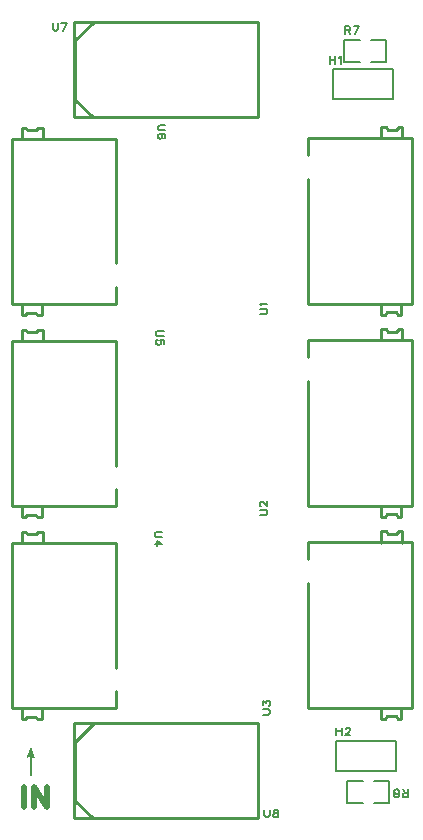
<source format=gto>
G04 Layer: TopSilkscreenLayer*
G04 EasyEDA Pro v2.2.32.3, 2024-11-26 15:57:28*
G04 Gerber Generator version 0.3*
G04 Scale: 100 percent, Rotated: No, Reflected: No*
G04 Dimensions in millimeters*
G04 Leading zeros omitted, absolute positions, 3 integers and 5 decimals*
%FSLAX35Y35*%
%MOMM*%
%ADD10C,0.5*%
%ADD11C,0.1524*%
%ADD12C,0.2032*%
%ADD13C,0.203*%
%ADD14C,0.254*%
G75*


G04 Text Start*
G54D10*
G01X6220386Y365698D02*
G01X6220386Y201614D01*
G01X6308016Y365698D02*
G01X6308016Y201614D01*
G01X6308016Y365698D02*
G01X6417490Y201614D01*
G01X6417490Y365698D02*
G01X6417490Y201614D01*
G36*
G01X6268758Y467085D02*
G01X6276031Y466630D01*
G01X6282849Y466630D01*
G01X6282849Y631176D01*
G01X6285122Y630721D01*
G01X6288303Y628903D01*
G01X6291031Y626630D01*
G01X6295122Y623903D01*
G01X6306031Y615721D01*
G01X6308758Y613903D01*
G01X6311485Y613448D01*
G01X6312394Y614357D01*
G01X6312394Y616176D01*
G01X6309667Y623448D01*
G01X6305576Y635721D01*
G01X6301940Y645721D01*
G01X6299212Y653903D01*
G01X6297849Y657539D01*
G01X6296940Y660721D01*
G01X6295576Y664358D01*
G01X6294212Y668448D01*
G01X6291485Y675721D01*
G01X6290576Y678903D01*
G01X6289212Y682539D01*
G01X6287394Y687539D01*
G01X6283758Y698448D01*
G01X6281940Y703448D01*
G01X6280576Y707539D01*
G01X6279212Y710721D01*
G01X6278303Y711516D01*
G01X6277394Y711176D01*
G01X6276031Y707994D01*
G01X6274667Y704357D01*
G01X6273303Y701176D01*
G01X6271940Y697539D01*
G01X6270122Y692994D01*
G01X6268303Y687994D01*
G01X6264667Y678903D01*
G01X6262849Y673903D01*
G01X6261031Y669358D01*
G01X6259667Y666176D01*
G01X6258758Y663448D01*
G01X6256031Y656176D01*
G01X6254667Y652994D01*
G01X6253303Y649357D01*
G01X6250576Y642994D01*
G01X6249667Y639812D01*
G01X6248303Y636630D01*
G01X6242849Y622994D01*
G01X6241031Y617994D01*
G01X6240576Y614812D01*
G01X6242849Y614357D01*
G01X6245576Y615721D01*
G01X6247849Y617539D01*
G01X6254213Y622085D01*
G01X6257849Y624812D01*
G01X6262394Y627994D01*
G01X6265576Y630266D01*
G01X6267394Y630721D01*
G01X6268303Y548903D01*
G01X6268758Y467085D01*
G37*
G54D11*
G01X8811387Y6556477D02*
G01X8811387Y6491453D01*
G01X8854821Y6556477D02*
G01X8854821Y6491453D01*
G01X8811387Y6525489D02*
G01X8854821Y6525489D01*
G01X8885047Y6544031D02*
G01X8891143Y6547333D01*
G01X8900287Y6556477D01*
G01X8900287Y6491453D01*
G01X8214233Y4374363D02*
G01X8260715Y4374363D01*
G01X8269859Y4377411D01*
G01X8276209Y4383761D01*
G01X8279257Y4392905D01*
G01X8279257Y4399255D01*
G01X8276209Y4408399D01*
G01X8269859Y4414495D01*
G01X8260715Y4417797D01*
G01X8214233Y4417797D01*
G01X8226679Y4448023D02*
G01X8223377Y4454119D01*
G01X8214233Y4463263D01*
G01X8279257Y4463263D01*
G01X6463059Y6839253D02*
G01X6463059Y6792771D01*
G01X6466107Y6783627D01*
G01X6472457Y6777277D01*
G01X6481601Y6774229D01*
G01X6487951Y6774229D01*
G01X6497095Y6777277D01*
G01X6503191Y6783627D01*
G01X6506493Y6792771D01*
G01X6506493Y6839253D01*
G01X6579899Y6839253D02*
G01X6548911Y6774229D01*
G01X6536719Y6839253D02*
G01X6579899Y6839253D01*
G01X8214233Y2672563D02*
G01X8260715Y2672563D01*
G01X8269859Y2675611D01*
G01X8276209Y2681961D01*
G01X8279257Y2691105D01*
G01X8279257Y2697455D01*
G01X8276209Y2706599D01*
G01X8269859Y2712695D01*
G01X8260715Y2715997D01*
G01X8214233Y2715997D01*
G01X8229727Y2749271D02*
G01X8226679Y2749271D01*
G01X8220329Y2752319D01*
G01X8217281Y2755367D01*
G01X8214233Y2761463D01*
G01X8214233Y2773909D01*
G01X8217281Y2780259D01*
G01X8220329Y2783307D01*
G01X8226679Y2786355D01*
G01X8232775Y2786355D01*
G01X8238871Y2783307D01*
G01X8248269Y2776957D01*
G01X8279257Y2746223D01*
G01X8279257Y2789403D01*
G01X8239633Y983463D02*
G01X8286115Y983463D01*
G01X8295259Y986511D01*
G01X8301609Y992861D01*
G01X8304657Y1002005D01*
G01X8304657Y1008355D01*
G01X8301609Y1017499D01*
G01X8295259Y1023595D01*
G01X8286115Y1026897D01*
G01X8239633Y1026897D01*
G01X8239633Y1063219D02*
G01X8239633Y1097255D01*
G01X8264271Y1078713D01*
G01X8264271Y1087857D01*
G01X8267319Y1094207D01*
G01X8270621Y1097255D01*
G01X8279765Y1100303D01*
G01X8286115Y1100303D01*
G01X8295259Y1097255D01*
G01X8301609Y1091159D01*
G01X8304657Y1081761D01*
G01X8304657Y1072363D01*
G01X8301609Y1063219D01*
G01X8298307Y1060171D01*
G01X8292211Y1057123D01*
G01X7402501Y4232123D02*
G01X7356019Y4232123D01*
G01X7346875Y4229075D01*
G01X7340525Y4222725D01*
G01X7337477Y4213581D01*
G01X7337477Y4207231D01*
G01X7340525Y4198087D01*
G01X7346875Y4191991D01*
G01X7356019Y4188689D01*
G01X7402501Y4188689D01*
G01X7402501Y4121379D02*
G01X7402501Y4152367D01*
G01X7374815Y4155415D01*
G01X7377863Y4152367D01*
G01X7380911Y4143223D01*
G01X7380911Y4133825D01*
G01X7377863Y4124427D01*
G01X7371513Y4118331D01*
G01X7362369Y4115283D01*
G01X7356019Y4115283D01*
G01X7346875Y4118331D01*
G01X7340525Y4124427D01*
G01X7337477Y4133825D01*
G01X7337477Y4143223D01*
G01X7340525Y4152367D01*
G01X7343827Y4155415D01*
G01X7349923Y4158463D01*
G01X8938387Y6810477D02*
G01X8938387Y6745453D01*
G01X8938387Y6810477D02*
G01X8966327Y6810477D01*
G01X8975471Y6807429D01*
G01X8978519Y6804381D01*
G01X8981821Y6798031D01*
G01X8981821Y6791935D01*
G01X8978519Y6785839D01*
G01X8975471Y6782791D01*
G01X8966327Y6779489D01*
G01X8938387Y6779489D01*
G01X8959977Y6779489D02*
G01X8981821Y6745453D01*
G01X9055227Y6810477D02*
G01X9024239Y6745453D01*
G01X9012047Y6810477D02*
G01X9055227Y6810477D01*
G01X7389801Y2530323D02*
G01X7343319Y2530323D01*
G01X7334175Y2527275D01*
G01X7327825Y2520925D01*
G01X7324777Y2511781D01*
G01X7324777Y2505431D01*
G01X7327825Y2496287D01*
G01X7334175Y2490191D01*
G01X7343319Y2486889D01*
G01X7389801Y2486889D01*
G01X7389801Y2425929D02*
G01X7346621Y2456663D01*
G01X7346621Y2410435D01*
G01X7389801Y2425929D02*
G01X7324777Y2425929D01*
G01X7415201Y5972023D02*
G01X7368719Y5972023D01*
G01X7359575Y5968975D01*
G01X7353225Y5962625D01*
G01X7350177Y5953481D01*
G01X7350177Y5947131D01*
G01X7353225Y5937987D01*
G01X7359575Y5931891D01*
G01X7368719Y5928589D01*
G01X7415201Y5928589D01*
G01X7406057Y5861279D02*
G01X7412153Y5864327D01*
G01X7415201Y5873725D01*
G01X7415201Y5879821D01*
G01X7412153Y5889219D01*
G01X7402755Y5895315D01*
G01X7387515Y5898363D01*
G01X7372021Y5898363D01*
G01X7359575Y5895315D01*
G01X7353225Y5889219D01*
G01X7350177Y5879821D01*
G01X7350177Y5876773D01*
G01X7353225Y5867629D01*
G01X7359575Y5861279D01*
G01X7368719Y5858231D01*
G01X7372021Y5858231D01*
G01X7381165Y5861279D01*
G01X7387515Y5867629D01*
G01X7390563Y5876773D01*
G01X7390563Y5879821D01*
G01X7387515Y5889219D01*
G01X7381165Y5895315D01*
G01X7372021Y5898363D01*
G01X8255227Y178215D02*
G01X8255227Y131733D01*
G01X8258275Y122589D01*
G01X8264625Y116239D01*
G01X8273769Y113191D01*
G01X8280119Y113191D01*
G01X8289263Y116239D01*
G01X8295359Y122589D01*
G01X8298661Y131733D01*
G01X8298661Y178215D01*
G01X8344127Y178215D02*
G01X8334983Y175167D01*
G01X8331935Y169071D01*
G01X8331935Y162721D01*
G01X8334983Y156625D01*
G01X8341079Y153577D01*
G01X8353525Y150529D01*
G01X8362923Y147227D01*
G01X8369019Y141131D01*
G01X8372067Y135035D01*
G01X8372067Y125637D01*
G01X8369019Y119541D01*
G01X8365971Y116239D01*
G01X8356573Y113191D01*
G01X8344127Y113191D01*
G01X8334983Y116239D01*
G01X8331935Y119541D01*
G01X8328887Y125637D01*
G01X8328887Y135035D01*
G01X8331935Y141131D01*
G01X8338031Y147227D01*
G01X8347429Y150529D01*
G01X8359621Y153577D01*
G01X8365971Y156625D01*
G01X8369019Y162721D01*
G01X8369019Y169071D01*
G01X8365971Y175167D01*
G01X8356573Y178215D01*
G01X8344127Y178215D01*
G01X8864890Y873250D02*
G01X8864890Y808226D01*
G01X8908324Y873250D02*
G01X8908324Y808226D01*
G01X8864890Y842262D02*
G01X8908324Y842262D01*
G01X8941598Y857756D02*
G01X8941598Y860804D01*
G01X8944646Y867154D01*
G01X8947694Y870202D01*
G01X8953790Y873250D01*
G01X8966236Y873250D01*
G01X8972586Y870202D01*
G01X8975634Y867154D01*
G01X8978682Y860804D01*
G01X8978682Y854708D01*
G01X8975634Y848612D01*
G01X8969284Y839214D01*
G01X8938550Y808226D01*
G01X8981730Y808226D01*
G01X9468752Y285713D02*
G01X9468752Y350737D01*
G01X9468752Y285713D02*
G01X9440812Y285713D01*
G01X9431668Y288761D01*
G01X9428620Y291809D01*
G01X9425318Y298159D01*
G01X9425318Y304255D01*
G01X9428620Y310351D01*
G01X9431668Y313399D01*
G01X9440812Y316701D01*
G01X9468752Y316701D01*
G01X9447162Y316701D02*
G01X9425318Y350737D01*
G01X9379852Y285713D02*
G01X9388996Y288761D01*
G01X9392044Y294857D01*
G01X9392044Y301207D01*
G01X9388996Y307303D01*
G01X9382900Y310351D01*
G01X9370454Y313399D01*
G01X9361056Y316701D01*
G01X9354960Y322797D01*
G01X9351912Y328893D01*
G01X9351912Y338291D01*
G01X9354960Y344387D01*
G01X9358008Y347689D01*
G01X9367406Y350737D01*
G01X9379852Y350737D01*
G01X9388996Y347689D01*
G01X9392044Y344387D01*
G01X9395092Y338291D01*
G01X9395092Y328893D01*
G01X9392044Y322797D01*
G01X9385948Y316701D01*
G01X9376550Y313399D01*
G01X9364358Y310351D01*
G01X9358008Y307303D01*
G01X9354960Y301207D01*
G01X9354960Y294857D01*
G01X9358008Y288761D01*
G01X9367406Y285713D01*
G01X9379852Y285713D01*
G04 Text End*

G04 PolygonModel Start*
G54D12*
G01X9347167Y6449543D02*
G01X9347167Y6195543D01*
G01X9347167Y6195543D02*
G01X8839167Y6195543D01*
G01X8839167Y6195543D02*
G01X8839167Y6449543D01*
G01X8839167Y6449543D02*
G01X9029667Y6449543D01*
G54D13*
G01X9347167Y6449543D02*
G01X9029667Y6449543D01*
G54D14*
G01X8622449Y5862983D02*
G01X8622449Y5720703D01*
G01X8622449Y5862983D02*
G01X9502559Y5862983D01*
G01X9502559Y5862983D02*
G01X9502559Y4462935D01*
G01X9502559Y4462935D02*
G01X8622449Y4462935D01*
G01X8622462Y5443386D02*
G01X8622462Y5518384D01*
G01X9245460Y5861548D02*
G01X9245460Y5955056D01*
G01X9245460Y5955056D02*
G01X9280101Y5955056D01*
G01X9280101Y5955056D02*
G01X9300101Y5935051D01*
G01X9300101Y5935051D02*
G01X9354099Y5935051D01*
G01X9354099Y5935051D02*
G01X9370601Y5935051D01*
G01X9370601Y5935051D02*
G01X9390598Y5955056D01*
G01X9390598Y5955056D02*
G01X9417599Y5955056D01*
G01X9417599Y5955056D02*
G01X9417599Y5861548D01*
G01X9240825Y4463052D02*
G01X9240825Y4369552D01*
G01X9240825Y4369552D02*
G01X9275460Y4369552D01*
G01X9275460Y4369552D02*
G01X9295460Y4389552D01*
G01X9295460Y4389552D02*
G01X9349461Y4389552D01*
G01X9349461Y4389552D02*
G01X9365960Y4389552D01*
G01X9365960Y4389552D02*
G01X9385960Y4369552D01*
G01X9385960Y4369552D02*
G01X9412961Y4369552D01*
G01X9412961Y4369552D02*
G01X9412961Y4463052D01*
G01X8622462Y5443386D02*
G01X8622462Y4464051D01*
G01X6810531Y6850175D02*
G01X6640641Y6850175D01*
G01X6640641Y6850175D02*
G01X6640641Y6040220D01*
G01X6640641Y6040220D02*
G01X6820709Y6040220D01*
G01X6900701Y6850175D02*
G01X6810531Y6850175D01*
G01X6810531Y6850175D02*
G01X6650765Y6690155D01*
G01X6650765Y6690155D02*
G01X6650765Y6190283D01*
G01X6650765Y6190283D02*
G01X6800625Y6040169D01*
G01X6800625Y6040169D02*
G01X8200673Y6040169D01*
G01X8200673Y6040169D02*
G01X8200673Y6850175D01*
G01X8200673Y6850175D02*
G01X6890541Y6850175D01*
G01X8622449Y4152080D02*
G01X8622449Y4009799D01*
G01X8622449Y4152080D02*
G01X9502559Y4152080D01*
G01X9502559Y4152080D02*
G01X9502559Y2752032D01*
G01X9502559Y2752032D02*
G01X8622449Y2752032D01*
G01X8622462Y3732482D02*
G01X8622462Y3807481D01*
G01X9245460Y4150645D02*
G01X9245460Y4244152D01*
G01X9245460Y4244152D02*
G01X9280101Y4244152D01*
G01X9280101Y4244152D02*
G01X9300101Y4224147D01*
G01X9300101Y4224147D02*
G01X9354099Y4224147D01*
G01X9354099Y4224147D02*
G01X9370601Y4224147D01*
G01X9370601Y4224147D02*
G01X9390598Y4244152D01*
G01X9390598Y4244152D02*
G01X9417599Y4244152D01*
G01X9417599Y4244152D02*
G01X9417599Y4150645D01*
G01X9240825Y2752149D02*
G01X9240825Y2658649D01*
G01X9240825Y2658649D02*
G01X9275460Y2658649D01*
G01X9275460Y2658649D02*
G01X9295460Y2678649D01*
G01X9295460Y2678649D02*
G01X9349461Y2678649D01*
G01X9349461Y2678649D02*
G01X9365960Y2678649D01*
G01X9365960Y2678649D02*
G01X9385960Y2658649D01*
G01X9385960Y2658649D02*
G01X9412961Y2658649D01*
G01X9412961Y2658649D02*
G01X9412961Y2752149D01*
G01X8622462Y3732482D02*
G01X8622462Y2753147D01*
G01X8622449Y2441176D02*
G01X8622449Y2298896D01*
G01X8622449Y2441176D02*
G01X9502559Y2441176D01*
G01X9502559Y2441176D02*
G01X9502559Y1041128D01*
G01X9502559Y1041128D02*
G01X8622449Y1041128D01*
G01X8622462Y2021578D02*
G01X8622462Y2096577D01*
G01X9245460Y2439741D02*
G01X9245460Y2533249D01*
G01X9245460Y2533249D02*
G01X9280101Y2533249D01*
G01X9280101Y2533249D02*
G01X9300101Y2513244D01*
G01X9300101Y2513244D02*
G01X9354099Y2513244D01*
G01X9354099Y2513244D02*
G01X9370601Y2513244D01*
G01X9370601Y2513244D02*
G01X9390598Y2533249D01*
G01X9390598Y2533249D02*
G01X9417599Y2533249D01*
G01X9417599Y2533249D02*
G01X9417599Y2439741D01*
G01X9240825Y1041245D02*
G01X9240825Y947745D01*
G01X9240825Y947745D02*
G01X9275460Y947745D01*
G01X9275460Y947745D02*
G01X9295460Y967745D01*
G01X9295460Y967745D02*
G01X9349461Y967745D01*
G01X9349461Y967745D02*
G01X9365960Y967745D01*
G01X9365960Y967745D02*
G01X9385960Y947745D01*
G01X9385960Y947745D02*
G01X9412961Y947745D01*
G01X9412961Y947745D02*
G01X9412961Y1041245D01*
G01X8622462Y2021578D02*
G01X8622462Y1042243D01*
G01X6994285Y2747099D02*
G01X6994285Y2889380D01*
G01X6994285Y2747099D02*
G01X6114175Y2747099D01*
G01X6114175Y2747099D02*
G01X6114175Y4147147D01*
G01X6114175Y4147147D02*
G01X6994285Y4147147D01*
G01X6994272Y3166697D02*
G01X6994272Y3091698D01*
G01X6371274Y2748534D02*
G01X6371274Y2655027D01*
G01X6371274Y2655027D02*
G01X6336633Y2655027D01*
G01X6336633Y2655027D02*
G01X6316633Y2675032D01*
G01X6316633Y2675032D02*
G01X6262635Y2675032D01*
G01X6262635Y2675032D02*
G01X6246133Y2675032D01*
G01X6246133Y2675032D02*
G01X6226136Y2655027D01*
G01X6226136Y2655027D02*
G01X6199135Y2655027D01*
G01X6199135Y2655027D02*
G01X6199135Y2748534D01*
G01X6375909Y4147030D02*
G01X6375909Y4240530D01*
G01X6375909Y4240530D02*
G01X6341274Y4240530D01*
G01X6341274Y4240530D02*
G01X6321274Y4220530D01*
G01X6321274Y4220530D02*
G01X6267273Y4220530D01*
G01X6267273Y4220530D02*
G01X6250774Y4220530D01*
G01X6250774Y4220530D02*
G01X6230774Y4240530D01*
G01X6230774Y4240530D02*
G01X6203773Y4240530D01*
G01X6203773Y4240530D02*
G01X6203773Y4147030D01*
G01X6994272Y3166697D02*
G01X6994272Y4146032D01*
G54D11*
G01X9060947Y6693652D02*
G01X8932454Y6693652D01*
G01X8932454Y6693652D02*
G01X8932454Y6510234D01*
G01X8932454Y6510234D02*
G01X9060947Y6510234D01*
G01X9156187Y6693652D02*
G01X9284680Y6693652D01*
G01X9284680Y6693652D02*
G01X9284680Y6510234D01*
G01X9284680Y6510234D02*
G01X9156187Y6510234D01*
G54D14*
G01X6994285Y1036196D02*
G01X6994285Y1178476D01*
G01X6994285Y1036196D02*
G01X6114175Y1036196D01*
G01X6114175Y1036196D02*
G01X6114175Y2436244D01*
G01X6114175Y2436244D02*
G01X6994285Y2436244D01*
G01X6994272Y1455793D02*
G01X6994272Y1380795D01*
G01X6371274Y1037631D02*
G01X6371274Y944123D01*
G01X6371274Y944123D02*
G01X6336633Y944123D01*
G01X6336633Y944123D02*
G01X6316633Y964128D01*
G01X6316633Y964128D02*
G01X6262635Y964128D01*
G01X6262635Y964128D02*
G01X6246133Y964128D01*
G01X6246133Y964128D02*
G01X6226136Y944123D01*
G01X6226136Y944123D02*
G01X6199135Y944123D01*
G01X6199135Y944123D02*
G01X6199135Y1037631D01*
G01X6375909Y2436127D02*
G01X6375909Y2529627D01*
G01X6375909Y2529627D02*
G01X6341274Y2529627D01*
G01X6341274Y2529627D02*
G01X6321274Y2509627D01*
G01X6321274Y2509627D02*
G01X6267273Y2509627D01*
G01X6267273Y2509627D02*
G01X6250774Y2509627D01*
G01X6250774Y2509627D02*
G01X6230774Y2529627D01*
G01X6230774Y2529627D02*
G01X6203773Y2529627D01*
G01X6203773Y2529627D02*
G01X6203773Y2436127D01*
G01X6994272Y1455793D02*
G01X6994272Y2435128D01*
G01X6994285Y4458003D02*
G01X6994285Y4600283D01*
G01X6994285Y4458003D02*
G01X6114175Y4458003D01*
G01X6114175Y4458003D02*
G01X6114175Y5858051D01*
G01X6114175Y5858051D02*
G01X6994285Y5858051D01*
G01X6994272Y4877601D02*
G01X6994272Y4802602D01*
G01X6371274Y4459438D02*
G01X6371274Y4365930D01*
G01X6371274Y4365930D02*
G01X6336633Y4365930D01*
G01X6336633Y4365930D02*
G01X6316633Y4385935D01*
G01X6316633Y4385935D02*
G01X6262635Y4385935D01*
G01X6262635Y4385935D02*
G01X6246133Y4385935D01*
G01X6246133Y4385935D02*
G01X6226136Y4365930D01*
G01X6226136Y4365930D02*
G01X6199135Y4365930D01*
G01X6199135Y4365930D02*
G01X6199135Y4459438D01*
G01X6375909Y5857934D02*
G01X6375909Y5951434D01*
G01X6375909Y5951434D02*
G01X6341274Y5951434D01*
G01X6341274Y5951434D02*
G01X6321274Y5931434D01*
G01X6321274Y5931434D02*
G01X6267273Y5931434D01*
G01X6267273Y5931434D02*
G01X6250774Y5931434D01*
G01X6250774Y5931434D02*
G01X6230774Y5951434D01*
G01X6230774Y5951434D02*
G01X6203773Y5951434D01*
G01X6203773Y5951434D02*
G01X6203773Y5857934D01*
G01X6994272Y4877601D02*
G01X6994272Y5856936D01*
G01X6811999Y913037D02*
G01X6642109Y913037D01*
G01X6642109Y913037D02*
G01X6642109Y103082D01*
G01X6642109Y103082D02*
G01X6822177Y103082D01*
G01X6902169Y913037D02*
G01X6811999Y913037D01*
G01X6811999Y913037D02*
G01X6652233Y753017D01*
G01X6652233Y753017D02*
G01X6652233Y253145D01*
G01X6652233Y253145D02*
G01X6802093Y103031D01*
G01X6802093Y103031D02*
G01X8202141Y103031D01*
G01X8202141Y103031D02*
G01X8202141Y913037D01*
G01X8202141Y913037D02*
G01X6892009Y913037D01*
G54D12*
G01X9367537Y757826D02*
G01X9367537Y503826D01*
G01X9367537Y503826D02*
G01X8859537Y503826D01*
G01X8859537Y503826D02*
G01X8859537Y757826D01*
G01X8859537Y757826D02*
G01X9050037Y757826D01*
G54D13*
G01X9367537Y757826D02*
G01X9050037Y757826D01*
G54D11*
G01X9085852Y420856D02*
G01X8957358Y420856D01*
G01X8957358Y420856D02*
G01X8957358Y237437D01*
G01X8957358Y237437D02*
G01X9085852Y237437D01*
G01X9181092Y420856D02*
G01X9309585Y420856D01*
G01X9309585Y420856D02*
G01X9309585Y237437D01*
G01X9309585Y237437D02*
G01X9181092Y237437D01*

M02*


</source>
